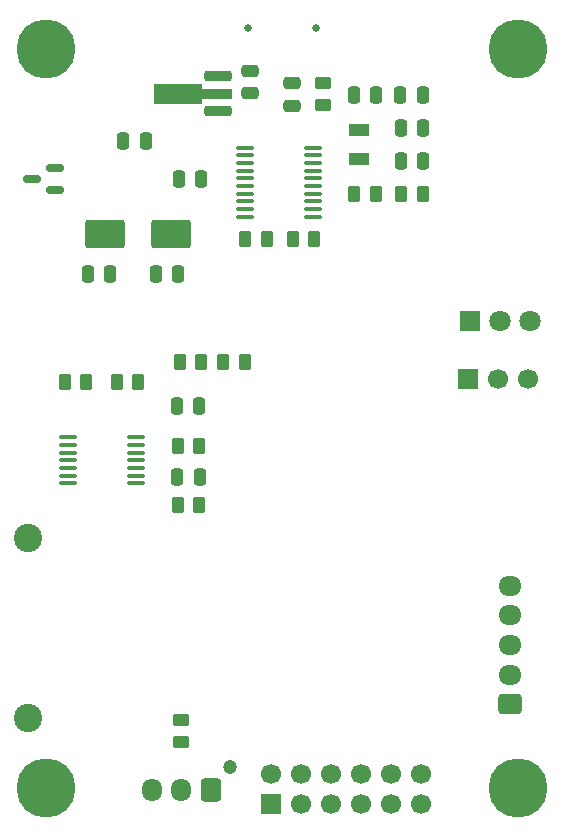
<source format=gbr>
%TF.GenerationSoftware,KiCad,Pcbnew,9.0.6*%
%TF.CreationDate,2025-11-22T08:39:34-08:00*%
%TF.ProjectId,bramble,6272616d-626c-4652-9e6b-696361645f70,rev?*%
%TF.SameCoordinates,Original*%
%TF.FileFunction,Soldermask,Bot*%
%TF.FilePolarity,Negative*%
%FSLAX46Y46*%
G04 Gerber Fmt 4.6, Leading zero omitted, Abs format (unit mm)*
G04 Created by KiCad (PCBNEW 9.0.6) date 2025-11-22 08:39:34*
%MOMM*%
%LPD*%
G01*
G04 APERTURE LIST*
G04 Aperture macros list*
%AMRoundRect*
0 Rectangle with rounded corners*
0 $1 Rounding radius*
0 $2 $3 $4 $5 $6 $7 $8 $9 X,Y pos of 4 corners*
0 Add a 4 corners polygon primitive as box body*
4,1,4,$2,$3,$4,$5,$6,$7,$8,$9,$2,$3,0*
0 Add four circle primitives for the rounded corners*
1,1,$1+$1,$2,$3*
1,1,$1+$1,$4,$5*
1,1,$1+$1,$6,$7*
1,1,$1+$1,$8,$9*
0 Add four rect primitives between the rounded corners*
20,1,$1+$1,$2,$3,$4,$5,0*
20,1,$1+$1,$4,$5,$6,$7,0*
20,1,$1+$1,$6,$7,$8,$9,0*
20,1,$1+$1,$8,$9,$2,$3,0*%
%AMFreePoly0*
4,1,9,5.362500,-0.866500,1.237500,-0.866500,1.237500,-0.450000,-1.237500,-0.450000,-1.237500,0.450000,1.237500,0.450000,1.237500,0.866500,5.362500,0.866500,5.362500,-0.866500,5.362500,-0.866500,$1*%
G04 Aperture macros list end*
%ADD10RoundRect,0.250000X-0.262500X-0.450000X0.262500X-0.450000X0.262500X0.450000X-0.262500X0.450000X0*%
%ADD11RoundRect,0.250000X-0.250000X-0.475000X0.250000X-0.475000X0.250000X0.475000X-0.250000X0.475000X0*%
%ADD12R,1.800000X1.000000*%
%ADD13RoundRect,0.150000X0.587500X0.150000X-0.587500X0.150000X-0.587500X-0.150000X0.587500X-0.150000X0*%
%ADD14R,1.800000X1.800000*%
%ADD15C,1.800000*%
%ADD16C,2.400000*%
%ADD17RoundRect,0.100000X0.637500X0.100000X-0.637500X0.100000X-0.637500X-0.100000X0.637500X-0.100000X0*%
%ADD18RoundRect,0.250000X-0.450000X0.262500X-0.450000X-0.262500X0.450000X-0.262500X0.450000X0.262500X0*%
%ADD19C,5.000000*%
%ADD20RoundRect,0.250000X0.450000X-0.262500X0.450000X0.262500X-0.450000X0.262500X-0.450000X-0.262500X0*%
%ADD21RoundRect,0.250000X0.262500X0.450000X-0.262500X0.450000X-0.262500X-0.450000X0.262500X-0.450000X0*%
%ADD22RoundRect,0.250000X0.250000X0.475000X-0.250000X0.475000X-0.250000X-0.475000X0.250000X-0.475000X0*%
%ADD23C,1.200000*%
%ADD24RoundRect,0.250000X0.600000X0.725000X-0.600000X0.725000X-0.600000X-0.725000X0.600000X-0.725000X0*%
%ADD25O,1.700000X1.950000*%
%ADD26RoundRect,0.250001X1.412499X0.949999X-1.412499X0.949999X-1.412499X-0.949999X1.412499X-0.949999X0*%
%ADD27RoundRect,0.225000X0.925000X0.225000X-0.925000X0.225000X-0.925000X-0.225000X0.925000X-0.225000X0*%
%ADD28FreePoly0,180.000000*%
%ADD29R,1.700000X1.700000*%
%ADD30C,1.700000*%
%ADD31C,0.650000*%
%ADD32RoundRect,0.250000X0.725000X-0.600000X0.725000X0.600000X-0.725000X0.600000X-0.725000X-0.600000X0*%
%ADD33O,1.950000X1.700000*%
%ADD34RoundRect,0.250000X-0.475000X0.250000X-0.475000X-0.250000X0.475000X-0.250000X0.475000X0.250000X0*%
G04 APERTURE END LIST*
D10*
%TO.C,R8*%
X28087500Y-43500000D03*
X29912500Y-43500000D03*
%TD*%
D11*
%TO.C,C1*%
X27890000Y-53170000D03*
X29790000Y-53170000D03*
%TD*%
D12*
%TO.C,Y1*%
X43225000Y-23802500D03*
X43225000Y-26302500D03*
%TD*%
D13*
%TO.C,Q1*%
X17487500Y-27050000D03*
X17487500Y-28950000D03*
X15612500Y-28000000D03*
%TD*%
D14*
%TO.C,D1*%
X52660000Y-40000000D03*
D15*
X55200000Y-40000000D03*
X57740000Y-40000000D03*
%TD*%
D16*
%TO.C,R6*%
X15200000Y-58380000D03*
X15200000Y-73620000D03*
%TD*%
D17*
%TO.C,U3*%
X39362500Y-25325000D03*
X39362500Y-25975000D03*
X39362500Y-26625000D03*
X39362500Y-27275000D03*
X39362500Y-27925000D03*
X39362500Y-28575000D03*
X39362500Y-29225000D03*
X39362500Y-29875000D03*
X39362500Y-30525000D03*
X39362500Y-31175000D03*
X33637500Y-31175000D03*
X33637500Y-30525000D03*
X33637500Y-29875000D03*
X33637500Y-29225000D03*
X33637500Y-28575000D03*
X33637500Y-27925000D03*
X33637500Y-27275000D03*
X33637500Y-26625000D03*
X33637500Y-25975000D03*
X33637500Y-25325000D03*
%TD*%
D18*
%TO.C,R3*%
X28200000Y-73797500D03*
X28200000Y-75622500D03*
%TD*%
D19*
%TO.C,U$4*%
X16750000Y-17000000D03*
%TD*%
D20*
%TO.C,R11*%
X40200000Y-21712500D03*
X40200000Y-19887500D03*
%TD*%
D21*
%TO.C,R4*%
X24582500Y-45200000D03*
X22757500Y-45200000D03*
%TD*%
D19*
%TO.C,U$2*%
X16750000Y-79500000D03*
%TD*%
D21*
%TO.C,R10*%
X29742500Y-55610000D03*
X27917500Y-55610000D03*
%TD*%
%TO.C,R1*%
X44662500Y-29250000D03*
X42837500Y-29250000D03*
%TD*%
D22*
%TO.C,C8*%
X22200000Y-36000000D03*
X20300000Y-36000000D03*
%TD*%
D23*
%TO.C,J6*%
X32300000Y-77725000D03*
D24*
X30700000Y-79725000D03*
D25*
X28200000Y-79725000D03*
X25700000Y-79725000D03*
%TD*%
D21*
%TO.C,R9*%
X20172500Y-45200000D03*
X18347500Y-45200000D03*
%TD*%
D26*
%TO.C,Y3*%
X27312500Y-32650000D03*
X21787500Y-32650000D03*
%TD*%
D10*
%TO.C,R2*%
X46837500Y-29250000D03*
X48662500Y-29250000D03*
%TD*%
D27*
%TO.C,U5*%
X31337500Y-19250000D03*
D28*
X31250000Y-20750000D03*
D27*
X31337500Y-22250000D03*
%TD*%
D19*
%TO.C,U$3*%
X56750000Y-17000000D03*
%TD*%
D29*
%TO.C,J7*%
X35820000Y-80925000D03*
D30*
X35820000Y-78385000D03*
X38360000Y-80925000D03*
X38360000Y-78385000D03*
X40900000Y-80925000D03*
X40900000Y-78385000D03*
X43440000Y-80925000D03*
X43440000Y-78385000D03*
X45980000Y-80925000D03*
X45980000Y-78385000D03*
X48520000Y-80925000D03*
X48520000Y-78385000D03*
%TD*%
D31*
%TO.C,J3*%
X39640000Y-15195000D03*
X33860000Y-15195000D03*
%TD*%
D29*
%TO.C,J2*%
X52470000Y-44951250D03*
D30*
X55010000Y-44951250D03*
X57550000Y-44951250D03*
%TD*%
D32*
%TO.C,J1*%
X56050000Y-72433750D03*
D33*
X56050000Y-69933750D03*
X56050000Y-67433750D03*
X56050000Y-64933750D03*
X56050000Y-62433750D03*
%TD*%
D19*
%TO.C,U$1*%
X56750000Y-79500000D03*
%TD*%
D21*
%TO.C,R22*%
X39487500Y-33050000D03*
X37662500Y-33050000D03*
%TD*%
D11*
%TO.C,C21*%
X42800000Y-20825000D03*
X44700000Y-20825000D03*
%TD*%
%TO.C,C5*%
X46780000Y-23676667D03*
X48680000Y-23676667D03*
%TD*%
D17*
%TO.C,U2*%
X24362500Y-49850000D03*
X24362500Y-50500000D03*
X24362500Y-51150000D03*
X24362500Y-51800000D03*
X24362500Y-52450000D03*
X24362500Y-53100000D03*
X24362500Y-53750000D03*
X18637500Y-53750000D03*
X18637500Y-53100000D03*
X18637500Y-52450000D03*
X18637500Y-51800000D03*
X18637500Y-51150000D03*
X18637500Y-50500000D03*
X18637500Y-49850000D03*
%TD*%
D11*
%TO.C,C22*%
X46775000Y-20825000D03*
X48675000Y-20825000D03*
%TD*%
D21*
%TO.C,R7*%
X33572500Y-43460000D03*
X31747500Y-43460000D03*
%TD*%
D11*
%TO.C,C23*%
X23300000Y-24750000D03*
X25200000Y-24750000D03*
%TD*%
%TO.C,C2*%
X27850000Y-47225000D03*
X29750000Y-47225000D03*
%TD*%
D21*
%TO.C,R23*%
X35462500Y-33075000D03*
X33637500Y-33075000D03*
%TD*%
D34*
%TO.C,C6*%
X37600000Y-19870000D03*
X37600000Y-21770000D03*
%TD*%
D11*
%TO.C,C3*%
X46780000Y-26478333D03*
X48680000Y-26478333D03*
%TD*%
D21*
%TO.C,R5*%
X29737500Y-50600000D03*
X27912500Y-50600000D03*
%TD*%
D34*
%TO.C,C24*%
X34000000Y-20700000D03*
X34000000Y-18800000D03*
%TD*%
D22*
%TO.C,C4*%
X29900000Y-28000000D03*
X28000000Y-28000000D03*
%TD*%
%TO.C,C9*%
X27950000Y-36000000D03*
X26050000Y-36000000D03*
%TD*%
M02*

</source>
